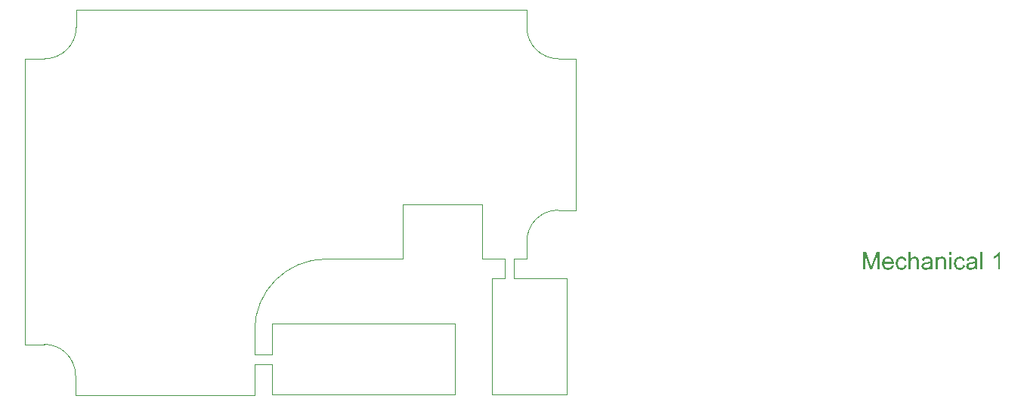
<source format=gm1>
%FSLAX25Y25*%
%MOIN*%
G70*
G01*
G75*
G04 Layer_Color=16711935*
%ADD10R,0.02362X0.03543*%
%ADD11R,0.03543X0.02362*%
%ADD12R,0.03937X0.04331*%
%ADD13R,0.06299X0.13780*%
%ADD14R,0.05000X0.03600*%
%ADD15R,0.03600X0.03600*%
%ADD16R,0.06693X0.01750*%
%ADD17R,0.08661X0.05118*%
%ADD18R,0.06299X0.07874*%
%ADD19O,0.04921X0.01772*%
%ADD20R,0.06102X0.01378*%
%ADD21C,0.01000*%
%ADD22C,0.00800*%
%ADD23C,0.02500*%
%ADD24C,0.02000*%
%ADD25C,0.08000*%
%ADD26C,0.07000*%
%ADD27C,0.10000*%
%ADD28R,0.07000X0.07000*%
%ADD29C,0.04724*%
%ADD30C,0.05906*%
%ADD31R,0.07000X0.07000*%
%ADD32C,0.08661*%
%ADD33C,0.07874*%
G04:AMPARAMS|DCode=34|XSize=118.11mil|YSize=39.37mil|CornerRadius=19.69mil|HoleSize=0mil|Usage=FLASHONLY|Rotation=0.000|XOffset=0mil|YOffset=0mil|HoleType=Round|Shape=RoundedRectangle|*
%AMROUNDEDRECTD34*
21,1,0.11811,0.00000,0,0,0.0*
21,1,0.07874,0.03937,0,0,0.0*
1,1,0.03937,0.03937,0.00000*
1,1,0.03937,-0.03937,0.00000*
1,1,0.03937,-0.03937,0.00000*
1,1,0.03937,0.03937,0.00000*
%
%ADD34ROUNDEDRECTD34*%
%ADD35O,0.15748X0.03937*%
G04:AMPARAMS|DCode=36|XSize=118.11mil|YSize=39.37mil|CornerRadius=19.69mil|HoleSize=0mil|Usage=FLASHONLY|Rotation=90.000|XOffset=0mil|YOffset=0mil|HoleType=Round|Shape=RoundedRectangle|*
%AMROUNDEDRECTD36*
21,1,0.11811,0.00000,0,0,90.0*
21,1,0.07874,0.03937,0,0,90.0*
1,1,0.03937,0.00000,0.03937*
1,1,0.03937,0.00000,-0.03937*
1,1,0.03937,0.00000,-0.03937*
1,1,0.03937,0.00000,0.03937*
%
%ADD36ROUNDEDRECTD36*%
%ADD37C,0.05512*%
%ADD38C,0.17716*%
%ADD39C,0.07874*%
%ADD40C,0.03937*%
%ADD41C,0.03150*%
%ADD42R,0.05118X0.05906*%
%ADD43R,0.05315X0.02953*%
%ADD44C,0.01200*%
%ADD45C,0.00787*%
%ADD46C,0.01500*%
%ADD47C,0.00394*%
%ADD48C,0.00700*%
%ADD49C,0.00591*%
%ADD50R,0.03162X0.04343*%
%ADD51R,0.04343X0.03162*%
%ADD52R,0.04737X0.05131*%
%ADD53R,0.07099X0.14579*%
%ADD54R,0.05800X0.04400*%
%ADD55R,0.04400X0.04400*%
%ADD56R,0.07493X0.02550*%
%ADD57R,0.09461X0.05918*%
%ADD58R,0.07099X0.08674*%
%ADD59O,0.05721X0.02572*%
%ADD60R,0.06902X0.02178*%
%ADD61C,0.08800*%
%ADD62C,0.07800*%
%ADD63C,0.10800*%
%ADD64R,0.07800X0.07800*%
%ADD65C,0.05524*%
%ADD66C,0.06706*%
%ADD67R,0.07800X0.07800*%
%ADD68C,0.09461*%
%ADD69C,0.08674*%
G04:AMPARAMS|DCode=70|XSize=126.11mil|YSize=47.37mil|CornerRadius=23.69mil|HoleSize=0mil|Usage=FLASHONLY|Rotation=0.000|XOffset=0mil|YOffset=0mil|HoleType=Round|Shape=RoundedRectangle|*
%AMROUNDEDRECTD70*
21,1,0.12611,0.00000,0,0,0.0*
21,1,0.07874,0.04737,0,0,0.0*
1,1,0.04737,0.03937,0.00000*
1,1,0.04737,-0.03937,0.00000*
1,1,0.04737,-0.03937,0.00000*
1,1,0.04737,0.03937,0.00000*
%
%ADD70ROUNDEDRECTD70*%
%ADD71O,0.16548X0.04737*%
G04:AMPARAMS|DCode=72|XSize=126.11mil|YSize=47.37mil|CornerRadius=23.69mil|HoleSize=0mil|Usage=FLASHONLY|Rotation=90.000|XOffset=0mil|YOffset=0mil|HoleType=Round|Shape=RoundedRectangle|*
%AMROUNDEDRECTD72*
21,1,0.12611,0.00000,0,0,90.0*
21,1,0.07874,0.04737,0,0,90.0*
1,1,0.04737,0.00000,0.03937*
1,1,0.04737,0.00000,-0.03937*
1,1,0.04737,0.00000,-0.03937*
1,1,0.04737,0.00000,0.03937*
%
%ADD72ROUNDEDRECTD72*%
%ADD73C,0.06312*%
%ADD74C,0.18517*%
%ADD75C,0.13874*%
%ADD76C,0.04737*%
%ADD77R,0.05918X0.06706*%
%ADD78R,0.06115X0.03753*%
%ADD79C,0.00965*%
G36*
X421572Y46832D02*
X420627D01*
Y52843D01*
X420616Y52832D01*
X420561Y52787D01*
X420494Y52721D01*
X420383Y52643D01*
X420261Y52543D01*
X420105Y52432D01*
X419927Y52310D01*
X419727Y52187D01*
X419716D01*
X419705Y52176D01*
X419638Y52132D01*
X419527Y52076D01*
X419394Y52009D01*
X419239Y51932D01*
X419072Y51854D01*
X418905Y51776D01*
X418739Y51710D01*
Y52621D01*
X418750D01*
X418772Y52643D01*
X418816Y52654D01*
X418872Y52687D01*
X418939Y52721D01*
X419016Y52765D01*
X419205Y52876D01*
X419427Y52998D01*
X419650Y53154D01*
X419883Y53332D01*
X420116Y53521D01*
X420127Y53532D01*
X420139Y53543D01*
X420172Y53576D01*
X420216Y53609D01*
X420316Y53720D01*
X420449Y53854D01*
X420583Y54009D01*
X420727Y54187D01*
X420850Y54365D01*
X420961Y54554D01*
X421572D01*
Y46832D01*
D02*
G37*
G36*
X389808Y52521D02*
X389975Y52509D01*
X390164Y52487D01*
X390353Y52454D01*
X390541Y52409D01*
X390719Y52354D01*
X390741Y52343D01*
X390797Y52321D01*
X390875Y52287D01*
X390975Y52243D01*
X391086Y52176D01*
X391197Y52109D01*
X391297Y52021D01*
X391386Y51932D01*
X391397Y51921D01*
X391419Y51887D01*
X391452Y51832D01*
X391497Y51765D01*
X391552Y51665D01*
X391597Y51565D01*
X391641Y51443D01*
X391675Y51298D01*
Y51287D01*
X391686Y51254D01*
X391697Y51187D01*
X391708Y51099D01*
Y50976D01*
X391719Y50832D01*
X391730Y50643D01*
Y50432D01*
Y49165D01*
Y49154D01*
Y49110D01*
Y49043D01*
Y48954D01*
Y48854D01*
Y48732D01*
X391741Y48465D01*
Y48188D01*
X391752Y47910D01*
X391763Y47788D01*
Y47677D01*
X391775Y47577D01*
X391786Y47499D01*
Y47488D01*
X391797Y47443D01*
X391808Y47377D01*
X391841Y47288D01*
X391863Y47188D01*
X391908Y47077D01*
X391964Y46955D01*
X392019Y46832D01*
X391030D01*
X391019Y46843D01*
X391008Y46888D01*
X390986Y46943D01*
X390952Y47032D01*
X390919Y47132D01*
X390897Y47254D01*
X390875Y47388D01*
X390852Y47532D01*
X390841D01*
X390830Y47510D01*
X390764Y47454D01*
X390664Y47377D01*
X390530Y47277D01*
X390364Y47177D01*
X390197Y47066D01*
X390019Y46966D01*
X389830Y46888D01*
X389808Y46877D01*
X389741Y46866D01*
X389641Y46832D01*
X389519Y46799D01*
X389364Y46766D01*
X389186Y46743D01*
X388986Y46721D01*
X388786Y46710D01*
X388697D01*
X388631Y46721D01*
X388553D01*
X388464Y46732D01*
X388264Y46766D01*
X388042Y46821D01*
X387797Y46899D01*
X387575Y47010D01*
X387375Y47155D01*
X387353Y47177D01*
X387297Y47232D01*
X387220Y47332D01*
X387131Y47466D01*
X387042Y47632D01*
X386964Y47821D01*
X386908Y48054D01*
X386897Y48166D01*
X386886Y48299D01*
Y48321D01*
Y48366D01*
X386897Y48443D01*
X386908Y48543D01*
X386931Y48665D01*
X386964Y48788D01*
X387008Y48921D01*
X387064Y49043D01*
X387075Y49054D01*
X387097Y49099D01*
X387142Y49165D01*
X387197Y49243D01*
X387264Y49332D01*
X387353Y49421D01*
X387442Y49510D01*
X387553Y49588D01*
X387564Y49599D01*
X387608Y49621D01*
X387664Y49665D01*
X387753Y49710D01*
X387853Y49754D01*
X387975Y49810D01*
X388097Y49854D01*
X388242Y49899D01*
X388253D01*
X388297Y49910D01*
X388364Y49932D01*
X388453Y49943D01*
X388564Y49965D01*
X388708Y49988D01*
X388875Y50021D01*
X389075Y50043D01*
X389086D01*
X389130Y50054D01*
X389186D01*
X389264Y50065D01*
X389353Y50076D01*
X389464Y50099D01*
X389586Y50110D01*
X389719Y50132D01*
X389986Y50187D01*
X390275Y50243D01*
X390530Y50310D01*
X390652Y50343D01*
X390764Y50376D01*
Y50388D01*
Y50410D01*
X390775Y50476D01*
Y50554D01*
Y50599D01*
Y50621D01*
Y50632D01*
Y50643D01*
Y50710D01*
X390764Y50821D01*
X390741Y50943D01*
X390708Y51076D01*
X390652Y51210D01*
X390586Y51332D01*
X390497Y51432D01*
X390486Y51443D01*
X390430Y51487D01*
X390341Y51532D01*
X390230Y51599D01*
X390075Y51654D01*
X389897Y51710D01*
X389675Y51743D01*
X389419Y51754D01*
X389308D01*
X389197Y51743D01*
X389042Y51721D01*
X388886Y51698D01*
X388719Y51654D01*
X388564Y51599D01*
X388431Y51521D01*
X388419Y51510D01*
X388375Y51476D01*
X388319Y51421D01*
X388253Y51332D01*
X388186Y51221D01*
X388108Y51076D01*
X388042Y50898D01*
X387975Y50699D01*
X387053Y50821D01*
Y50832D01*
X387064Y50843D01*
Y50876D01*
X387075Y50921D01*
X387108Y51021D01*
X387153Y51165D01*
X387208Y51310D01*
X387275Y51465D01*
X387364Y51621D01*
X387464Y51765D01*
X387475Y51776D01*
X387520Y51821D01*
X387586Y51887D01*
X387675Y51976D01*
X387797Y52065D01*
X387942Y52154D01*
X388108Y52254D01*
X388297Y52332D01*
X388308D01*
X388319Y52343D01*
X388353Y52354D01*
X388397Y52365D01*
X388508Y52398D01*
X388664Y52432D01*
X388842Y52465D01*
X389064Y52498D01*
X389297Y52521D01*
X389564Y52532D01*
X389686D01*
X389808Y52521D01*
D02*
G37*
G36*
X382176Y51765D02*
X382187Y51776D01*
X382209Y51798D01*
X382242Y51832D01*
X382298Y51887D01*
X382353Y51943D01*
X382431Y52009D01*
X382531Y52076D01*
X382631Y52154D01*
X382742Y52221D01*
X382864Y52287D01*
X383153Y52409D01*
X383309Y52465D01*
X383475Y52498D01*
X383653Y52521D01*
X383831Y52532D01*
X383931D01*
X384053Y52521D01*
X384198Y52498D01*
X384364Y52476D01*
X384542Y52432D01*
X384720Y52365D01*
X384897Y52287D01*
X384920Y52276D01*
X384975Y52243D01*
X385053Y52187D01*
X385153Y52109D01*
X385253Y52009D01*
X385364Y51898D01*
X385464Y51765D01*
X385553Y51610D01*
X385564Y51587D01*
X385586Y51532D01*
X385620Y51432D01*
X385653Y51287D01*
X385686Y51110D01*
X385720Y50898D01*
X385742Y50643D01*
X385753Y50354D01*
Y46832D01*
X384809D01*
Y50365D01*
Y50376D01*
Y50399D01*
Y50432D01*
Y50476D01*
X384798Y50599D01*
X384775Y50754D01*
X384731Y50921D01*
X384675Y51087D01*
X384598Y51254D01*
X384498Y51387D01*
X384487Y51398D01*
X384442Y51443D01*
X384375Y51499D01*
X384275Y51554D01*
X384153Y51621D01*
X384009Y51665D01*
X383831Y51710D01*
X383631Y51721D01*
X383564D01*
X383487Y51710D01*
X383376Y51698D01*
X383264Y51665D01*
X383131Y51632D01*
X382998Y51576D01*
X382853Y51499D01*
X382842Y51487D01*
X382798Y51454D01*
X382731Y51410D01*
X382653Y51343D01*
X382564Y51254D01*
X382476Y51154D01*
X382398Y51032D01*
X382331Y50898D01*
X382320Y50876D01*
X382309Y50832D01*
X382287Y50743D01*
X382253Y50632D01*
X382220Y50488D01*
X382198Y50310D01*
X382187Y50110D01*
X382176Y49876D01*
Y46832D01*
X381231D01*
Y54520D01*
X382176D01*
Y51765D01*
D02*
G37*
G36*
X400107Y46832D02*
X399163D01*
Y52409D01*
X400107D01*
Y46832D01*
D02*
G37*
G36*
X409528Y52521D02*
X409695Y52509D01*
X409884Y52487D01*
X410073Y52454D01*
X410262Y52409D01*
X410439Y52354D01*
X410462Y52343D01*
X410517Y52321D01*
X410595Y52287D01*
X410695Y52243D01*
X410806Y52176D01*
X410917Y52109D01*
X411017Y52021D01*
X411106Y51932D01*
X411117Y51921D01*
X411139Y51887D01*
X411173Y51832D01*
X411217Y51765D01*
X411273Y51665D01*
X411317Y51565D01*
X411362Y51443D01*
X411395Y51298D01*
Y51287D01*
X411406Y51254D01*
X411417Y51187D01*
X411428Y51099D01*
Y50976D01*
X411439Y50832D01*
X411450Y50643D01*
Y50432D01*
Y49165D01*
Y49154D01*
Y49110D01*
Y49043D01*
Y48954D01*
Y48854D01*
Y48732D01*
X411461Y48465D01*
Y48188D01*
X411473Y47910D01*
X411484Y47788D01*
Y47677D01*
X411495Y47577D01*
X411506Y47499D01*
Y47488D01*
X411517Y47443D01*
X411528Y47377D01*
X411561Y47288D01*
X411584Y47188D01*
X411628Y47077D01*
X411684Y46955D01*
X411739Y46832D01*
X410750D01*
X410739Y46843D01*
X410728Y46888D01*
X410706Y46943D01*
X410673Y47032D01*
X410639Y47132D01*
X410617Y47254D01*
X410595Y47388D01*
X410573Y47532D01*
X410562D01*
X410550Y47510D01*
X410484Y47454D01*
X410384Y47377D01*
X410251Y47277D01*
X410084Y47177D01*
X409917Y47066D01*
X409739Y46966D01*
X409551Y46888D01*
X409528Y46877D01*
X409462Y46866D01*
X409362Y46832D01*
X409239Y46799D01*
X409084Y46766D01*
X408906Y46743D01*
X408706Y46721D01*
X408506Y46710D01*
X408417D01*
X408351Y46721D01*
X408273D01*
X408184Y46732D01*
X407984Y46766D01*
X407762Y46821D01*
X407517Y46899D01*
X407295Y47010D01*
X407095Y47155D01*
X407073Y47177D01*
X407018Y47232D01*
X406940Y47332D01*
X406851Y47466D01*
X406762Y47632D01*
X406684Y47821D01*
X406629Y48054D01*
X406618Y48166D01*
X406606Y48299D01*
Y48321D01*
Y48366D01*
X406618Y48443D01*
X406629Y48543D01*
X406651Y48665D01*
X406684Y48788D01*
X406729Y48921D01*
X406784Y49043D01*
X406795Y49054D01*
X406818Y49099D01*
X406862Y49165D01*
X406917Y49243D01*
X406984Y49332D01*
X407073Y49421D01*
X407162Y49510D01*
X407273Y49588D01*
X407284Y49599D01*
X407329Y49621D01*
X407384Y49665D01*
X407473Y49710D01*
X407573Y49754D01*
X407695Y49810D01*
X407818Y49854D01*
X407962Y49899D01*
X407973D01*
X408017Y49910D01*
X408084Y49932D01*
X408173Y49943D01*
X408284Y49965D01*
X408428Y49988D01*
X408595Y50021D01*
X408795Y50043D01*
X408806D01*
X408851Y50054D01*
X408906D01*
X408984Y50065D01*
X409073Y50076D01*
X409184Y50099D01*
X409306Y50110D01*
X409440Y50132D01*
X409706Y50187D01*
X409995Y50243D01*
X410251Y50310D01*
X410373Y50343D01*
X410484Y50376D01*
Y50388D01*
Y50410D01*
X410495Y50476D01*
Y50554D01*
Y50599D01*
Y50621D01*
Y50632D01*
Y50643D01*
Y50710D01*
X410484Y50821D01*
X410462Y50943D01*
X410428Y51076D01*
X410373Y51210D01*
X410306Y51332D01*
X410217Y51432D01*
X410206Y51443D01*
X410151Y51487D01*
X410062Y51532D01*
X409951Y51599D01*
X409795Y51654D01*
X409617Y51710D01*
X409395Y51743D01*
X409140Y51754D01*
X409028D01*
X408917Y51743D01*
X408762Y51721D01*
X408606Y51698D01*
X408440Y51654D01*
X408284Y51599D01*
X408151Y51521D01*
X408140Y51510D01*
X408095Y51476D01*
X408040Y51421D01*
X407973Y51332D01*
X407906Y51221D01*
X407829Y51076D01*
X407762Y50898D01*
X407695Y50699D01*
X406773Y50821D01*
Y50832D01*
X406784Y50843D01*
Y50876D01*
X406795Y50921D01*
X406829Y51021D01*
X406873Y51165D01*
X406929Y51310D01*
X406995Y51465D01*
X407084Y51621D01*
X407184Y51765D01*
X407195Y51776D01*
X407240Y51821D01*
X407306Y51887D01*
X407395Y51976D01*
X407517Y52065D01*
X407662Y52154D01*
X407829Y52254D01*
X408017Y52332D01*
X408029D01*
X408040Y52343D01*
X408073Y52354D01*
X408117Y52365D01*
X408228Y52398D01*
X408384Y52432D01*
X408562Y52465D01*
X408784Y52498D01*
X409017Y52521D01*
X409284Y52532D01*
X409406D01*
X409528Y52521D01*
D02*
G37*
G36*
X413828Y46832D02*
X412884D01*
Y54520D01*
X413828D01*
Y46832D01*
D02*
G37*
G36*
X403962Y52521D02*
X404029D01*
X404118Y52509D01*
X404329Y52476D01*
X404562Y52421D01*
X404807Y52332D01*
X405051Y52221D01*
X405284Y52065D01*
X405296D01*
X405307Y52043D01*
X405373Y51976D01*
X405473Y51876D01*
X405595Y51732D01*
X405718Y51554D01*
X405840Y51332D01*
X405951Y51076D01*
X406029Y50776D01*
X405107Y50632D01*
Y50643D01*
X405095Y50654D01*
X405084Y50721D01*
X405051Y50821D01*
X404995Y50943D01*
X404940Y51076D01*
X404851Y51221D01*
X404751Y51354D01*
X404640Y51465D01*
X404629Y51476D01*
X404585Y51510D01*
X404507Y51554D01*
X404418Y51610D01*
X404296Y51665D01*
X404162Y51710D01*
X404007Y51743D01*
X403840Y51754D01*
X403773D01*
X403718Y51743D01*
X403596Y51732D01*
X403429Y51687D01*
X403251Y51632D01*
X403051Y51543D01*
X402862Y51410D01*
X402774Y51332D01*
X402685Y51243D01*
Y51232D01*
X402662Y51221D01*
X402640Y51187D01*
X402618Y51143D01*
X402585Y51087D01*
X402540Y51021D01*
X402507Y50943D01*
X402462Y50854D01*
X402418Y50743D01*
X402385Y50621D01*
X402340Y50488D01*
X402307Y50343D01*
X402285Y50187D01*
X402262Y50010D01*
X402240Y49821D01*
Y49621D01*
Y49610D01*
Y49576D01*
Y49510D01*
X402251Y49443D01*
Y49343D01*
X402262Y49243D01*
X402296Y48999D01*
X402340Y48732D01*
X402418Y48454D01*
X402518Y48210D01*
X402585Y48088D01*
X402662Y47988D01*
X402685Y47965D01*
X402740Y47910D01*
X402840Y47832D01*
X402962Y47743D01*
X403129Y47643D01*
X403318Y47565D01*
X403540Y47510D01*
X403662Y47499D01*
X403785Y47488D01*
X403807D01*
X403873Y47499D01*
X403984Y47510D01*
X404107Y47532D01*
X404251Y47565D01*
X404407Y47632D01*
X404562Y47710D01*
X404707Y47821D01*
X404729Y47832D01*
X404762Y47888D01*
X404829Y47965D01*
X404907Y48088D01*
X404984Y48232D01*
X405073Y48410D01*
X405140Y48632D01*
X405184Y48877D01*
X406118Y48754D01*
Y48743D01*
X406107Y48710D01*
X406095Y48665D01*
X406084Y48599D01*
X406062Y48510D01*
X406040Y48421D01*
X405962Y48199D01*
X405862Y47965D01*
X405718Y47710D01*
X405540Y47466D01*
X405440Y47355D01*
X405329Y47243D01*
X405318Y47232D01*
X405296Y47221D01*
X405262Y47199D01*
X405218Y47166D01*
X405162Y47121D01*
X405084Y47077D01*
X404995Y47032D01*
X404907Y46977D01*
X404684Y46877D01*
X404418Y46799D01*
X404129Y46732D01*
X403962Y46721D01*
X403796Y46710D01*
X403685D01*
X403607Y46721D01*
X403507Y46732D01*
X403396Y46755D01*
X403273Y46777D01*
X403140Y46799D01*
X402840Y46888D01*
X402696Y46955D01*
X402540Y47021D01*
X402385Y47110D01*
X402240Y47210D01*
X402096Y47321D01*
X401963Y47454D01*
X401951Y47466D01*
X401929Y47488D01*
X401896Y47532D01*
X401851Y47588D01*
X401807Y47666D01*
X401740Y47765D01*
X401685Y47877D01*
X401618Y47999D01*
X401551Y48143D01*
X401496Y48310D01*
X401429Y48477D01*
X401385Y48676D01*
X401340Y48877D01*
X401307Y49110D01*
X401285Y49343D01*
X401274Y49599D01*
Y49610D01*
Y49643D01*
Y49687D01*
Y49754D01*
X401285Y49832D01*
Y49921D01*
X401296Y50021D01*
X401307Y50132D01*
X401340Y50376D01*
X401396Y50643D01*
X401463Y50910D01*
X401562Y51176D01*
Y51187D01*
X401574Y51210D01*
X401596Y51243D01*
X401618Y51287D01*
X401685Y51410D01*
X401785Y51554D01*
X401918Y51721D01*
X402074Y51887D01*
X402262Y52054D01*
X402473Y52187D01*
X402485D01*
X402507Y52198D01*
X402540Y52221D01*
X402585Y52243D01*
X402640Y52265D01*
X402707Y52298D01*
X402874Y52365D01*
X403062Y52421D01*
X403296Y52476D01*
X403540Y52521D01*
X403807Y52532D01*
X403896D01*
X403962Y52521D01*
D02*
G37*
G36*
X395974D02*
X396096Y52509D01*
X396241Y52487D01*
X396396Y52454D01*
X396563Y52409D01*
X396719Y52343D01*
X396741Y52332D01*
X396785Y52310D01*
X396863Y52276D01*
X396952Y52221D01*
X397063Y52154D01*
X397163Y52065D01*
X397263Y51976D01*
X397352Y51865D01*
X397363Y51854D01*
X397385Y51810D01*
X397418Y51754D01*
X397474Y51676D01*
X397518Y51565D01*
X397563Y51454D01*
X397619Y51321D01*
X397652Y51176D01*
Y51165D01*
X397663Y51121D01*
X397674Y51054D01*
X397685Y50965D01*
Y50832D01*
X397696Y50676D01*
X397707Y50488D01*
Y50254D01*
Y46832D01*
X396763D01*
Y50210D01*
Y50221D01*
Y50232D01*
Y50310D01*
Y50410D01*
X396752Y50532D01*
X396741Y50676D01*
X396719Y50821D01*
X396685Y50954D01*
X396652Y51076D01*
Y51087D01*
X396630Y51121D01*
X396596Y51176D01*
X396563Y51243D01*
X396508Y51310D01*
X396441Y51387D01*
X396352Y51465D01*
X396252Y51532D01*
X396241Y51543D01*
X396207Y51565D01*
X396141Y51587D01*
X396063Y51621D01*
X395974Y51654D01*
X395863Y51687D01*
X395730Y51698D01*
X395597Y51710D01*
X395541D01*
X395497Y51698D01*
X395385Y51687D01*
X395241Y51665D01*
X395085Y51610D01*
X394908Y51543D01*
X394730Y51454D01*
X394563Y51321D01*
X394541Y51298D01*
X394497Y51243D01*
X394463Y51199D01*
X394430Y51143D01*
X394386Y51076D01*
X394352Y50999D01*
X394308Y50910D01*
X394263Y50799D01*
X394230Y50676D01*
X394197Y50543D01*
X394174Y50399D01*
X394152Y50243D01*
X394130Y50054D01*
Y49865D01*
Y46832D01*
X393186D01*
Y52409D01*
X394030D01*
Y51610D01*
X394041Y51621D01*
X394063Y51654D01*
X394097Y51698D01*
X394141Y51754D01*
X394208Y51821D01*
X394285Y51898D01*
X394374Y51987D01*
X394485Y52076D01*
X394597Y52154D01*
X394730Y52243D01*
X394874Y52321D01*
X395030Y52387D01*
X395208Y52443D01*
X395385Y52487D01*
X395585Y52521D01*
X395796Y52532D01*
X395885D01*
X395974Y52521D01*
D02*
G37*
G36*
X400107Y53443D02*
X399163D01*
Y54520D01*
X400107D01*
Y53443D01*
D02*
G37*
G36*
X368344Y46832D02*
X367366D01*
Y53265D01*
X365122Y46832D01*
X364211D01*
X361989Y53376D01*
Y46832D01*
X361011D01*
Y54520D01*
X362533D01*
X364355Y49065D01*
Y49054D01*
X364366Y49032D01*
X364377Y48999D01*
X364400Y48943D01*
X364444Y48810D01*
X364500Y48643D01*
X364555Y48454D01*
X364622Y48265D01*
X364677Y48088D01*
X364722Y47932D01*
X364733Y47954D01*
X364744Y48010D01*
X364777Y48110D01*
X364822Y48243D01*
X364877Y48421D01*
X364955Y48632D01*
X365033Y48877D01*
X365133Y49165D01*
X366977Y54520D01*
X368344D01*
Y46832D01*
D02*
G37*
G36*
X372343Y52521D02*
X372432Y52509D01*
X372543Y52487D01*
X372665Y52465D01*
X372810Y52432D01*
X372943Y52398D01*
X373099Y52343D01*
X373243Y52287D01*
X373399Y52210D01*
X373554Y52121D01*
X373710Y52021D01*
X373854Y51898D01*
X373988Y51765D01*
X373999Y51754D01*
X374021Y51732D01*
X374054Y51687D01*
X374099Y51621D01*
X374154Y51543D01*
X374210Y51454D01*
X374276Y51343D01*
X374343Y51210D01*
X374410Y51065D01*
X374476Y50910D01*
X374532Y50732D01*
X374587Y50543D01*
X374632Y50332D01*
X374665Y50110D01*
X374687Y49876D01*
X374698Y49621D01*
Y49610D01*
Y49565D01*
Y49488D01*
X374687Y49376D01*
X370521D01*
Y49365D01*
Y49332D01*
X370532Y49288D01*
Y49221D01*
X370543Y49143D01*
X370566Y49054D01*
X370599Y48854D01*
X370666Y48632D01*
X370755Y48388D01*
X370877Y48166D01*
X371032Y47965D01*
X371043D01*
X371055Y47943D01*
X371121Y47888D01*
X371221Y47810D01*
X371354Y47732D01*
X371532Y47643D01*
X371732Y47565D01*
X371954Y47510D01*
X372077Y47499D01*
X372210Y47488D01*
X372299D01*
X372399Y47499D01*
X372521Y47521D01*
X372654Y47554D01*
X372810Y47599D01*
X372954Y47666D01*
X373099Y47754D01*
X373110Y47765D01*
X373165Y47810D01*
X373232Y47877D01*
X373310Y47965D01*
X373399Y48088D01*
X373499Y48243D01*
X373599Y48421D01*
X373688Y48632D01*
X374665Y48510D01*
Y48499D01*
X374654Y48477D01*
X374643Y48432D01*
X374621Y48366D01*
X374587Y48299D01*
X374554Y48210D01*
X374465Y48021D01*
X374354Y47810D01*
X374199Y47588D01*
X374021Y47377D01*
X373799Y47177D01*
X373787D01*
X373765Y47155D01*
X373732Y47132D01*
X373688Y47099D01*
X373621Y47066D01*
X373554Y47032D01*
X373465Y46988D01*
X373365Y46943D01*
X373254Y46899D01*
X373143Y46854D01*
X372865Y46788D01*
X372554Y46732D01*
X372210Y46710D01*
X372088D01*
X372010Y46721D01*
X371910Y46732D01*
X371788Y46755D01*
X371654Y46777D01*
X371510Y46799D01*
X371199Y46888D01*
X371032Y46955D01*
X370877Y47021D01*
X370710Y47110D01*
X370554Y47210D01*
X370410Y47321D01*
X370266Y47454D01*
X370255Y47466D01*
X370232Y47488D01*
X370199Y47532D01*
X370155Y47599D01*
X370099Y47677D01*
X370043Y47765D01*
X369977Y47877D01*
X369910Y47999D01*
X369844Y48143D01*
X369777Y48299D01*
X369721Y48477D01*
X369666Y48665D01*
X369621Y48865D01*
X369588Y49088D01*
X369566Y49321D01*
X369555Y49565D01*
Y49576D01*
Y49632D01*
Y49699D01*
X369566Y49799D01*
X369577Y49921D01*
X369588Y50054D01*
X369610Y50210D01*
X369643Y50365D01*
X369732Y50721D01*
X369788Y50898D01*
X369855Y51087D01*
X369943Y51265D01*
X370043Y51432D01*
X370155Y51599D01*
X370277Y51754D01*
X370288Y51765D01*
X370310Y51787D01*
X370355Y51821D01*
X370410Y51876D01*
X370477Y51932D01*
X370566Y51998D01*
X370666Y52076D01*
X370788Y52143D01*
X370910Y52221D01*
X371055Y52287D01*
X371210Y52354D01*
X371377Y52409D01*
X371554Y52465D01*
X371743Y52498D01*
X371943Y52521D01*
X372154Y52532D01*
X372266D01*
X372343Y52521D01*
D02*
G37*
G36*
X378265D02*
X378331D01*
X378420Y52509D01*
X378631Y52476D01*
X378865Y52421D01*
X379109Y52332D01*
X379354Y52221D01*
X379587Y52065D01*
X379598D01*
X379609Y52043D01*
X379676Y51976D01*
X379776Y51876D01*
X379898Y51732D01*
X380020Y51554D01*
X380142Y51332D01*
X380254Y51076D01*
X380331Y50776D01*
X379409Y50632D01*
Y50643D01*
X379398Y50654D01*
X379387Y50721D01*
X379354Y50821D01*
X379298Y50943D01*
X379242Y51076D01*
X379154Y51221D01*
X379054Y51354D01*
X378943Y51465D01*
X378931Y51476D01*
X378887Y51510D01*
X378809Y51554D01*
X378720Y51610D01*
X378598Y51665D01*
X378465Y51710D01*
X378309Y51743D01*
X378143Y51754D01*
X378076D01*
X378020Y51743D01*
X377898Y51732D01*
X377732Y51687D01*
X377554Y51632D01*
X377354Y51543D01*
X377165Y51410D01*
X377076Y51332D01*
X376987Y51243D01*
Y51232D01*
X376965Y51221D01*
X376943Y51187D01*
X376921Y51143D01*
X376887Y51087D01*
X376843Y51021D01*
X376810Y50943D01*
X376765Y50854D01*
X376721Y50743D01*
X376687Y50621D01*
X376643Y50488D01*
X376609Y50343D01*
X376587Y50187D01*
X376565Y50010D01*
X376543Y49821D01*
Y49621D01*
Y49610D01*
Y49576D01*
Y49510D01*
X376554Y49443D01*
Y49343D01*
X376565Y49243D01*
X376598Y48999D01*
X376643Y48732D01*
X376721Y48454D01*
X376821Y48210D01*
X376887Y48088D01*
X376965Y47988D01*
X376987Y47965D01*
X377043Y47910D01*
X377143Y47832D01*
X377265Y47743D01*
X377432Y47643D01*
X377621Y47565D01*
X377843Y47510D01*
X377965Y47499D01*
X378087Y47488D01*
X378109D01*
X378176Y47499D01*
X378287Y47510D01*
X378409Y47532D01*
X378554Y47565D01*
X378709Y47632D01*
X378865Y47710D01*
X379009Y47821D01*
X379031Y47832D01*
X379065Y47888D01*
X379131Y47965D01*
X379209Y48088D01*
X379287Y48232D01*
X379376Y48410D01*
X379443Y48632D01*
X379487Y48877D01*
X380420Y48754D01*
Y48743D01*
X380409Y48710D01*
X380398Y48665D01*
X380387Y48599D01*
X380365Y48510D01*
X380342Y48421D01*
X380265Y48199D01*
X380165Y47965D01*
X380020Y47710D01*
X379842Y47466D01*
X379743Y47355D01*
X379631Y47243D01*
X379620Y47232D01*
X379598Y47221D01*
X379565Y47199D01*
X379520Y47166D01*
X379465Y47121D01*
X379387Y47077D01*
X379298Y47032D01*
X379209Y46977D01*
X378987Y46877D01*
X378720Y46799D01*
X378432Y46732D01*
X378265Y46721D01*
X378098Y46710D01*
X377987D01*
X377909Y46721D01*
X377809Y46732D01*
X377698Y46755D01*
X377576Y46777D01*
X377443Y46799D01*
X377143Y46888D01*
X376998Y46955D01*
X376843Y47021D01*
X376687Y47110D01*
X376543Y47210D01*
X376398Y47321D01*
X376265Y47454D01*
X376254Y47466D01*
X376232Y47488D01*
X376198Y47532D01*
X376154Y47588D01*
X376110Y47666D01*
X376043Y47765D01*
X375987Y47877D01*
X375921Y47999D01*
X375854Y48143D01*
X375798Y48310D01*
X375732Y48477D01*
X375687Y48676D01*
X375643Y48877D01*
X375610Y49110D01*
X375587Y49343D01*
X375576Y49599D01*
Y49610D01*
Y49643D01*
Y49687D01*
Y49754D01*
X375587Y49832D01*
Y49921D01*
X375599Y50021D01*
X375610Y50132D01*
X375643Y50376D01*
X375698Y50643D01*
X375765Y50910D01*
X375865Y51176D01*
Y51187D01*
X375876Y51210D01*
X375898Y51243D01*
X375921Y51287D01*
X375987Y51410D01*
X376087Y51554D01*
X376221Y51721D01*
X376376Y51887D01*
X376565Y52054D01*
X376776Y52187D01*
X376787D01*
X376810Y52198D01*
X376843Y52221D01*
X376887Y52243D01*
X376943Y52265D01*
X377009Y52298D01*
X377176Y52365D01*
X377365Y52421D01*
X377598Y52476D01*
X377843Y52521D01*
X378109Y52532D01*
X378198D01*
X378265Y52521D01*
D02*
G37*
%LPC*%
G36*
X372165Y51754D02*
X372099D01*
X372054Y51743D01*
X371932Y51732D01*
X371788Y51698D01*
X371610Y51643D01*
X371421Y51565D01*
X371243Y51454D01*
X371066Y51310D01*
X371043Y51287D01*
X370999Y51232D01*
X370921Y51132D01*
X370843Y50999D01*
X370755Y50843D01*
X370677Y50643D01*
X370610Y50410D01*
X370577Y50154D01*
X373699D01*
Y50165D01*
Y50187D01*
X373688Y50221D01*
Y50265D01*
X373665Y50399D01*
X373632Y50543D01*
X373576Y50721D01*
X373521Y50887D01*
X373432Y51054D01*
X373332Y51199D01*
Y51210D01*
X373310Y51221D01*
X373254Y51287D01*
X373154Y51376D01*
X373021Y51476D01*
X372854Y51576D01*
X372654Y51665D01*
X372421Y51732D01*
X372299Y51743D01*
X372165Y51754D01*
D02*
G37*
G36*
X410495Y49632D02*
X410484D01*
X410473Y49621D01*
X410439Y49610D01*
X410395Y49599D01*
X410339Y49576D01*
X410273Y49554D01*
X410195Y49532D01*
X410106Y49510D01*
X410006Y49477D01*
X409884Y49454D01*
X409762Y49421D01*
X409617Y49388D01*
X409462Y49354D01*
X409306Y49321D01*
X409128Y49299D01*
X408940Y49265D01*
X408917D01*
X408851Y49254D01*
X408740Y49232D01*
X408617Y49210D01*
X408484Y49188D01*
X408351Y49154D01*
X408228Y49121D01*
X408117Y49077D01*
X408106D01*
X408073Y49054D01*
X408029Y49032D01*
X407984Y48999D01*
X407851Y48910D01*
X407740Y48777D01*
Y48765D01*
X407718Y48743D01*
X407706Y48699D01*
X407684Y48643D01*
X407662Y48577D01*
X407640Y48510D01*
X407629Y48421D01*
X407618Y48332D01*
Y48321D01*
Y48265D01*
X407629Y48199D01*
X407651Y48110D01*
X407684Y48010D01*
X407740Y47910D01*
X407806Y47799D01*
X407895Y47699D01*
X407906Y47688D01*
X407951Y47666D01*
X408017Y47621D01*
X408106Y47577D01*
X408228Y47532D01*
X408373Y47488D01*
X408540Y47466D01*
X408740Y47454D01*
X408828D01*
X408940Y47466D01*
X409062Y47488D01*
X409217Y47510D01*
X409373Y47554D01*
X409540Y47610D01*
X409706Y47688D01*
X409728Y47699D01*
X409773Y47732D01*
X409851Y47788D01*
X409939Y47866D01*
X410040Y47954D01*
X410151Y48066D01*
X410239Y48199D01*
X410328Y48343D01*
X410339Y48354D01*
X410351Y48399D01*
X410373Y48477D01*
X410406Y48577D01*
X410439Y48710D01*
X410462Y48865D01*
X410473Y49054D01*
X410484Y49277D01*
X410495Y49632D01*
D02*
G37*
G36*
X390775D02*
X390764D01*
X390753Y49621D01*
X390719Y49610D01*
X390675Y49599D01*
X390619Y49576D01*
X390552Y49554D01*
X390475Y49532D01*
X390386Y49510D01*
X390286Y49477D01*
X390164Y49454D01*
X390041Y49421D01*
X389897Y49388D01*
X389741Y49354D01*
X389586Y49321D01*
X389408Y49299D01*
X389219Y49265D01*
X389197D01*
X389130Y49254D01*
X389019Y49232D01*
X388897Y49210D01*
X388764Y49188D01*
X388631Y49154D01*
X388508Y49121D01*
X388397Y49077D01*
X388386D01*
X388353Y49054D01*
X388308Y49032D01*
X388264Y48999D01*
X388130Y48910D01*
X388019Y48777D01*
Y48765D01*
X387997Y48743D01*
X387986Y48699D01*
X387964Y48643D01*
X387942Y48577D01*
X387919Y48510D01*
X387908Y48421D01*
X387897Y48332D01*
Y48321D01*
Y48265D01*
X387908Y48199D01*
X387931Y48110D01*
X387964Y48010D01*
X388019Y47910D01*
X388086Y47799D01*
X388175Y47699D01*
X388186Y47688D01*
X388230Y47666D01*
X388297Y47621D01*
X388386Y47577D01*
X388508Y47532D01*
X388653Y47488D01*
X388819Y47466D01*
X389019Y47454D01*
X389108D01*
X389219Y47466D01*
X389341Y47488D01*
X389497Y47510D01*
X389653Y47554D01*
X389819Y47610D01*
X389986Y47688D01*
X390008Y47699D01*
X390053Y47732D01*
X390130Y47788D01*
X390219Y47866D01*
X390319Y47954D01*
X390430Y48066D01*
X390519Y48199D01*
X390608Y48343D01*
X390619Y48354D01*
X390630Y48399D01*
X390652Y48477D01*
X390686Y48577D01*
X390719Y48710D01*
X390741Y48865D01*
X390753Y49054D01*
X390764Y49277D01*
X390775Y49632D01*
D02*
G37*
%LPD*%
D47*
X272Y140036D02*
G03*
X14052Y153815I0J13780D01*
G01*
X212871D02*
G03*
X226650Y140036I13780J0D01*
G01*
Y73107D02*
G03*
X212871Y59327I0J-13780D01*
G01*
X124288Y51453D02*
G03*
X92792Y19957I0J-31496D01*
G01*
X13780Y0D02*
G03*
X0Y13780I-13780J0D01*
G01*
X207087Y42870D02*
X215208D01*
X197513D02*
X203150D01*
X207087Y51453D02*
X212871D01*
X193186D02*
X203150D01*
X207087Y42870D02*
Y51453D01*
X203150Y42870D02*
Y51453D01*
X100471Y9414D02*
Y22984D01*
Y-8512D02*
Y5058D01*
X193186Y68187D02*
Y68209D01*
Y68187D02*
Y75590D01*
X158146D02*
X193186D01*
X215208Y42870D02*
X230570D01*
X139841Y22984D02*
X143778D01*
X177978Y161689D02*
X212871D01*
X14082Y161703D02*
X177978D01*
X212871Y153815D02*
Y161689D01*
X226650Y140036D02*
X234524D01*
Y73107D02*
Y140036D01*
X226650Y73107D02*
X234524D01*
X212871Y51453D02*
Y59327D01*
X13780Y-8586D02*
Y0D01*
X-8586Y13780D02*
X0D01*
X-8586D02*
Y140036D01*
X272D01*
X14082Y153829D02*
Y161703D01*
X13809Y-8573D02*
X92822D01*
X143778Y22984D02*
X181102D01*
X100471Y-8512D02*
X181102D01*
X100471Y22984D02*
X104408D01*
X139841D01*
X158146Y51476D02*
Y75590D01*
X193186Y51476D02*
Y68209D01*
X197513Y22934D02*
Y42870D01*
X230570Y22934D02*
Y42870D01*
Y-8437D02*
Y55D01*
Y22934D01*
X197638Y-8437D02*
X230570D01*
X124311Y51476D02*
X158146D01*
X92808Y5058D02*
X100471D01*
X92808Y-8573D02*
Y5058D01*
X181102Y8889D02*
Y22984D01*
Y-8512D02*
Y8889D01*
X197513Y-8437D02*
Y22934D01*
X92792Y9436D02*
Y19957D01*
X92798Y9414D02*
X100471D01*
M02*

</source>
